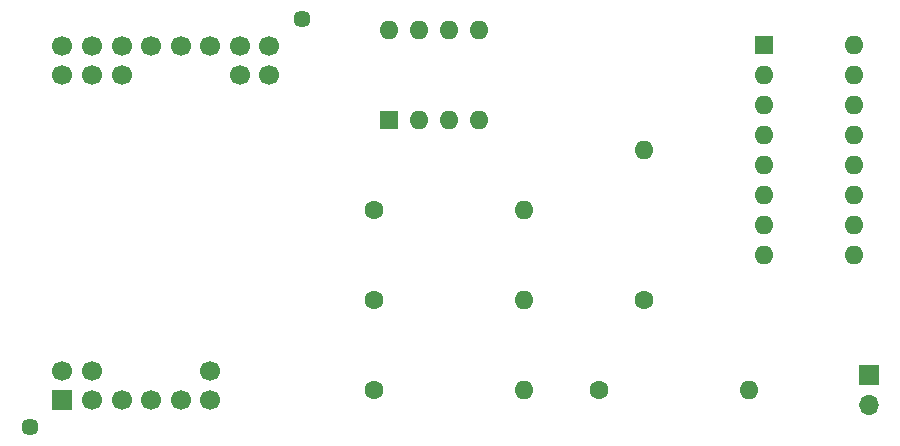
<source format=gbr>
%TF.GenerationSoftware,KiCad,Pcbnew,7.0.8*%
%TF.CreationDate,2025-02-14T01:10:43+05:30*%
%TF.ProjectId,7 segmetn display,37207365-676d-4657-946e-20646973706c,rev?*%
%TF.SameCoordinates,Original*%
%TF.FileFunction,Soldermask,Top*%
%TF.FilePolarity,Negative*%
%FSLAX46Y46*%
G04 Gerber Fmt 4.6, Leading zero omitted, Abs format (unit mm)*
G04 Created by KiCad (PCBNEW 7.0.8) date 2025-02-14 01:10:43*
%MOMM*%
%LPD*%
G01*
G04 APERTURE LIST*
%ADD10C,1.450000*%
%ADD11R,1.700000X1.700000*%
%ADD12C,1.700000*%
%ADD13C,1.600000*%
%ADD14O,1.600000X1.600000*%
%ADD15R,1.600000X1.600000*%
%ADD16O,1.700000X1.700000*%
G04 APERTURE END LIST*
D10*
%TO.C,U2*%
X105482500Y-122517500D03*
X128482500Y-88017500D03*
D11*
X108232500Y-120267500D03*
D12*
X110732500Y-120267500D03*
X113232500Y-120267500D03*
X115732500Y-120267500D03*
X118232500Y-120267500D03*
X120732500Y-120267500D03*
X108232500Y-117767500D03*
X110732500Y-117767500D03*
X120732500Y-117767500D03*
X108232500Y-92767500D03*
X110732500Y-92767500D03*
X113232500Y-92767500D03*
X123232500Y-92767500D03*
X125732500Y-92767500D03*
X108232500Y-90267500D03*
X110732500Y-90267500D03*
X113232500Y-90267500D03*
X115732500Y-90267500D03*
X118232500Y-90267500D03*
X120732500Y-90267500D03*
X123232500Y-90267500D03*
X125732500Y-90267500D03*
%TD*%
D13*
%TO.C,R5*%
X157480000Y-111760000D03*
D14*
X157480000Y-99060000D03*
%TD*%
D15*
%TO.C,U1*%
X167650000Y-90185000D03*
D14*
X167650000Y-92725000D03*
X167650000Y-95265000D03*
X167650000Y-97805000D03*
X167650000Y-100345000D03*
X167650000Y-102885000D03*
X167650000Y-105425000D03*
X167650000Y-107965000D03*
X175270000Y-107965000D03*
X175270000Y-105425000D03*
X175270000Y-102885000D03*
X175270000Y-100345000D03*
X175270000Y-97805000D03*
X175270000Y-95265000D03*
X175270000Y-92725000D03*
X175270000Y-90185000D03*
%TD*%
D13*
%TO.C,R1*%
X134620000Y-104140000D03*
D14*
X147320000Y-104140000D03*
%TD*%
D15*
%TO.C,SW1*%
X135890000Y-96520000D03*
D14*
X138430000Y-96520000D03*
X140970000Y-96520000D03*
X143510000Y-96520000D03*
X143510000Y-88900000D03*
X140970000Y-88900000D03*
X138430000Y-88900000D03*
X135890000Y-88900000D03*
%TD*%
D13*
%TO.C,R3*%
X134620000Y-119380000D03*
D14*
X147320000Y-119380000D03*
%TD*%
D13*
%TO.C,R4*%
X153670000Y-119380000D03*
D14*
X166370000Y-119380000D03*
%TD*%
D11*
%TO.C,J1*%
X176530000Y-118110000D03*
D16*
X176530000Y-120650000D03*
%TD*%
D13*
%TO.C,R2*%
X134620000Y-111760000D03*
D14*
X147320000Y-111760000D03*
%TD*%
M02*

</source>
